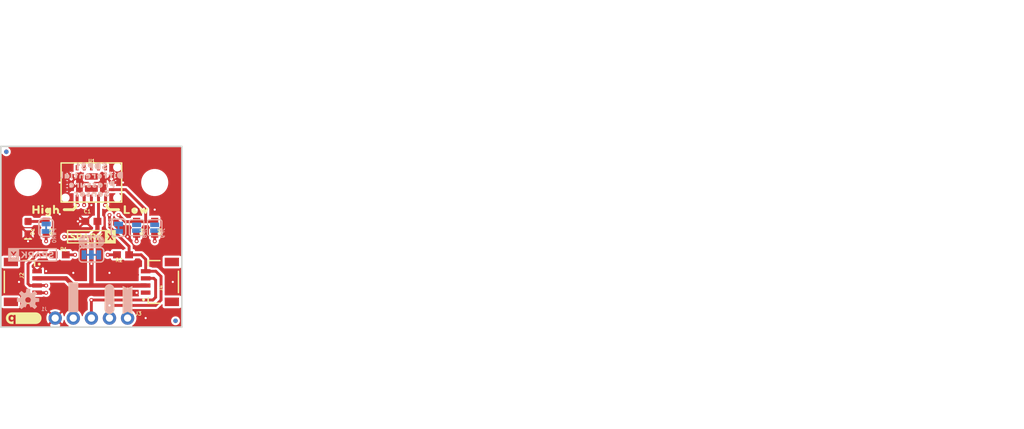
<source format=kicad_pcb>
(kicad_pcb (version 20221018) (generator pcbnew)
  (layers (0 "F.Cu" signal) (1 "In1.Cu" signal) (2 "In2.Cu" signal) (31 "B.Cu" signal) (34 "B.Paste" user) (35 "F.Paste" user) (36 "B.SilkS" user "B.Silkscreen") (37 "F.SilkS" user "F.Silkscreen") (38 "B.Mask" user) (39 "F.Mask" user) (44 "Edge.Cuts" user))
  (net 0 "")
  (net 1 "3.3V")
  (net 2 "GND")
  (net 3 "SCL")
  (net 4 "SDA")
  (net 5 "N$3")
  (net 6 "N$1")
  (net 7 "N$2")
  (net 8 "N$4")
  (net 9 "~{INT}")
  (net 10 "ADDR")
  (net 11 "N$5")
  (net 12 "N$6")
  (footprint "working:#PWR#0" (layer "F.Cu") (at 137.9601 103.7336 90)
    (fp_text reference "U$32" hide)
    (fp_text value "" hide)
  )
  (footprint "working:FIDUCIAL-MICRO" (layer "F.Cu") (at 160.3121 116.8146)
    (fp_text reference "JP2" hide)
    (fp_text value "FIDUCIALUFIDUCIAL" hide)
    (pad "1" smd roundrect (at 0 0) (size 0.635 0.635) (layers "F.Cu" "F.Mask") (roundrect_rratio 0.5))
  )
  (footprint "working:1X01_NO_SILK" (layer "F.Cu") (at 153.5811 116.4336)
    (fp_text reference "J3" (at 1.016 -0.635) (layer "F.SilkS") (effects (font (size 0.512064 0.512064) (thickness 0.097536)) (justify left)))
    (fp_text value "")
    (pad "1" thru_hole circle (at 0 0 90) (size 1.8796 1.8796) (drill 1.016) (layers "*.Cu" "*.Mask") (net 9 "~{INT}"))
  )
  (footprint "working:FIDUCIAL-MICRO" (layer "F.Cu") (at 136.5631 93.0656)
    (fp_text reference "JP6" hide)
    (fp_text value "FIDUCIALUFIDUCIAL" hide)
    (pad "1" smd roundrect (at 0 0) (size 0.635 0.635) (layers "F.Cu" "F.Mask") (roundrect_rratio 0.5))
  )
  (footprint "working:SDP3X" (layer "F.Cu") (at 148.5011 97.3836)
    (fp_text reference "U1" (at -0.496 -3.024) (layer "F.SilkS") (effects (font (size 0.460045 0.460045) (thickness 0.149555)) (justify left)))
    (fp_text value "SDP31")
    (fp_poly (pts (xy 0.90005 1.30005) (xy -0.90005 1.30005) (xy -0.90005 0.39995) (xy 0.90005 0.39995)) (fill solid) (layer "F.Cu"))
    (fp_poly (pts (xy 0.90005 -0.39995) (xy -0.90005 -0.39995) (xy -0.90005 -1.000021) (xy -0.600021 -1.30005) (xy 0.90005 -1.30005)) (fill solid) (layer "F.Cu"))
    (pad "" np_thru_hole circle (at -3.65 2.15) (size 0.7 0.7) (drill 0.7) (layers "*.Cu" "*.Mask"))
    (pad "" np_thru_hole circle (at 3.65 -2.15) (size 0.7 0.7) (drill 0.7) (layers "*.Cu" "*.Mask"))
    (pad "" np_thru_hole circle (at 3.65 2.15) (size 0.7 0.7) (drill 0.7) (layers "*.Cu" "*.Mask"))
    (pad "1" smd rect (at -2.825 -1) (size 0.75 0.4) (layers "F.Cu" "F.Paste" "F.Mask") (net 2 "GND"))
    (pad "2" smd rect (at -2.825 0) (size 0.75 0.4) (layers "F.Cu" "F.Paste" "F.Mask") (net 2 "GND"))
    (pad "3" smd rect (at -2.825 1) (size 0.75 0.4) (layers "F.Cu" "F.Paste" "F.Mask") (net 2 "GND"))
    (pad "4" smd rect (at -2 2.075 90) (size 0.75 0.4) (layers "F.Cu" "F.Paste" "F.Mask") (net 9 "~{INT}"))
    (pad "5" smd rect (at -1 2.075 90) (size 0.75 0.4) (layers "F.Cu" "F.Paste" "F.Mask") (net 3 "SCL"))
    (pad "6" smd rect (at 0 2.075 90) (size 0.75 0.4) (layers "F.Cu" "F.Paste" "F.Mask") (net 2 "GND"))
    (pad "7" smd rect (at 1 2.075 90) (size 0.75 0.4) (layers "F.Cu" "F.Paste" "F.Mask") (net 1 "3.3V"))
    (pad "8" smd rect (at 2 2.075 90) (size 0.75 0.4) (layers "F.Cu" "F.Paste" "F.Mask") (net 4 "SDA"))
    (pad "9" smd rect (at 2.825 1 180) (size 0.75 0.4) (layers "F.Cu" "F.Paste" "F.Mask") (net 10 "ADDR"))
    (pad "10" smd rect (at 2.825 0 180) (size 0.75 0.4) (layers "F.Cu" "F.Paste" "F.Mask") (net 2 "GND"))
    (pad "11" smd rect (at 2.825 -1 180) (size 0.75 0.4) (layers "F.Cu" "F.Paste" "F.Mask") (net 2 "GND"))
    (pad "12" smd rect (at 2 -2.075 270) (size 0.75 0.4) (layers "F.Cu" "F.Paste" "F.Mask"))
    (pad "13" smd rect (at 1 -2.075 270) (size 0.75 0.4) (layers "F.Cu" "F.Paste" "F.Mask"))
    (pad "14" smd rect (at 0 -2.075 270) (size 0.75 0.4) (layers "F.Cu" "F.Paste" "F.Mask"))
    (pad "15" smd rect (at -1 -2.075 270) (size 0.75 0.4) (layers "F.Cu" "F.Paste" "F.Mask"))
    (pad "16" smd rect (at -2 -2.075 270) (size 0.75 0.4) (layers "F.Cu" "F.Paste" "F.Mask"))
    (pad "DIEPAD1" smd rect (at 0 -0.85 180) (size 0.6096 0.3048) (layers "F.Cu") (net 2 "GND"))
    (pad "DIEPAD2" smd rect (at 0 0.85 180) (size 0.6096 0.3048) (layers "F.Cu") (net 2 "GND"))
    (zone (net 0) (net_name "") (layer "F.Cu") (connect_pads (clearance 0)) (min_thickness 0.25)
      (keepout (tracks not_allowed) (vias not_allowed) (pads not_allowed) (copperpour not_allowed) (footprints allowed))
      (fill (thermal_gap 0.5) (thermal_bridge_width 0.5))
      (polygon (pts (xy 148.8511 97.3836) (xy 148.832136 97.269955) (xy 148.777299 97.168626) (xy 148.692532 97.090592) (xy 148.58702 97.04431) (xy 148.472197 97.034795) (xy 148.360507 97.063079) (xy 148.264051 97.126097) (xy 148.193284 97.217018) (xy 148.155874 97.325992) (xy 148.155874 97.441208) (xy 148.193284 97.550182) (xy 148.264051 97.641103) (xy 148.360507 97.704121) (xy 148.472197 97.732405) (xy 148.58702 97.72289) (xy 148.692532 97.676608) (xy 148.777299 97.598574) (xy 148.832136 97.497245) (xy 148.8511 97.3836)))
      (polygon (pts (xy 148.5011 97.3836)))
    )
  )
  (footprint "working:HIGH0" (layer "F.Cu") (at 142.1511 101.1936)
    (fp_text reference "U$17" hide)
    (fp_text value "" hide)
  )
  (footprint "working:0603" (layer "F.Cu") (at 144.0561 107.5436)
    (fp_text reference "R1" (at 0 -0.762) (layer "F.SilkS") (effects (font (size 0.512064 0.512064) (thickness 0.097536)) (justify left)))
    (fp_text value "4.7k" hide)
    (pad "1" smd rect (at -0.85 0) (size 1.1 1) (layers "F.Cu" "F.Paste" "F.Mask") (net 4 "SDA"))
    (pad "2" smd rect (at 0.85 0) (size 1.1 1) (layers "F.Cu" "F.Paste" "F.Mask") (net 7 "N$2"))
  )
  (footprint "working:#SCL#0" (layer "F.Cu") (at 151.0411 113.7666 90)
    (fp_text reference "U$36" hide)
    (fp_text value "" hide)
  )
  (footprint "working:##INT##0" (layer "F.Cu") (at 153.5811 113.8936 90)
    (fp_text reference "U$5" hide)
    (fp_text value "" hide)
  )
  (footprint "working:QWIIC_5MM" (layer "F.Cu") (at 138.9761 116.4336)
    (fp_text reference "U$16" hide)
    (fp_text value "" hide)
  )
  (footprint "working:0603" (layer "F.Cu") (at 148.5011 102.8446 180)
    (fp_text reference "C1" (at 0 1.397) (layer "F.SilkS") (effects (font (size 0.512064 0.512064) (thickness 0.097536)) (justify right)))
    (fp_text value "0.1uF" hide)
    (pad "1" smd rect (at -0.85 0 180) (size 1.1 1) (layers "F.Cu" "F.Paste" "F.Mask") (net 1 "3.3V"))
    (pad "2" smd rect (at 0.85 0 180) (size 1.1 1) (layers "F.Cu" "F.Paste" "F.Mask") (net 2 "GND"))
  )
  (footprint "working:LOW0" (layer "F.Cu") (at 154.8511 101.1936)
    (fp_text reference "U$19" hide)
    (fp_text value "" hide)
  )
  (footprint "working:ORDERING_INSTRUCTIONS" (layer "F.Cu") (at 177.7111 71.9836)
    (fp_text reference "LOGO1" hide)
    (fp_text value "SPECIAL_INSTRUCTIONS-ORDERING" hide)
  )
  (footprint "working:JST04_1MM_RA" (layer "F.Cu") (at 140.8811 111.3536 -90)
    (fp_text reference "J2" (at -1.397 2.159 90) (layer "F.SilkS") (effects (font (size 0.512064 0.512064) (thickness 0.097536)) (justify right)))
    (fp_text value "QWIIC_RIGHT_ANGLE" hide)
    (pad "1" smd rect (at -1.5 0 270) (size 0.6 1.35) (layers "F.Cu" "F.Paste" "F.Mask") (net 2 "GND"))
    (pad "2" smd rect (at -0.5 0 270) (size 0.6 1.35) (layers "F.Cu" "F.Paste" "F.Mask") (net 1 "3.3V"))
    (pad "3" smd rect (at 0.5 0 270) (size 0.6 1.35) (layers "F.Cu" "F.Paste" "F.Mask") (net 4 "SDA"))
    (pad "4" smd rect (at 1.5 0 270) (size 0.6 1.35) (layers "F.Cu" "F.Paste" "F.Mask") (net 3 "SCL"))
    (pad "NC1" smd rect (at 2.8 3.675 270) (size 1.2 2) (layers "F.Cu" "F.Paste" "F.Mask"))
    (pad "NC2" smd rect (at -2.8 3.675 270) (size 1.2 2) (layers "F.Cu" "F.Paste" "F.Mask"))
  )
  (footprint "working:LED-0603" (layer "F.Cu") (at 139.6111 103.7336 -90)
    (fp_text reference "D1" (at 0 -0.635 90) (layer "F.SilkS") (effects (font (size 0.512064 0.512064) (thickness 0.097536)) (justify right)))
    (fp_text value "RED")
    (pad "A" smd roundrect (at -0.877 0 180) (size 1 1) (layers "F.Cu" "F.Paste" "F.Mask") (roundrect_rratio 0.15) (net 5 "N$3"))
    (pad "C" smd roundrect (at 0.877 0 180) (size 1 1) (layers "F.Cu" "F.Paste" "F.Mask") (roundrect_rratio 0.15) (net 2 "GND"))
  )
  (footprint "working:#GND#0" (layer "F.Cu") (at 143.4211 113.6396 90)
    (fp_text reference "U$33" hide)
    (fp_text value "" hide)
  )
  (footprint "working:0603" (layer "F.Cu") (at 154.8511 103.7336 -90)
    (fp_text reference "R4" (at 0 -0.762 90) (layer "F.SilkS") (effects (font (size 0.512064 0.512064) (thickness 0.097536)) (justify right)))
    (fp_text value "1.20k" hide)
    (pad "1" smd rect (at -0.85 0 270) (size 1.1 1) (layers "F.Cu" "F.Paste" "F.Mask") (net 10 "ADDR"))
    (pad "2" smd rect (at 0.85 0 270) (size 1.1 1) (layers "F.Cu" "F.Paste" "F.Mask") (net 11 "N$5"))
  )
  (footprint "working:0603" (layer "F.Cu") (at 157.3911 103.7336 -90)
    (fp_text reference "R5" (at 0 -0.762 90) (layer "F.SilkS") (effects (font (size 0.512064 0.512064) (thickness 0.097536)) (justify right)))
    (fp_text value "2.7k" hide)
    (pad "1" smd rect (at -0.85 0 270) (size 1.1 1) (layers "F.Cu" "F.Paste" "F.Mask") (net 10 "ADDR"))
    (pad "2" smd rect (at 0.85 0 270) (size 1.1 1) (layers "F.Cu" "F.Paste" "F.Mask") (net 12 "N$6"))
  )
  (footprint "working:CREATIVE_COMMONS" (layer "F.Cu") (at 198.0311 131.6736)
    (fp_text reference "FRAME1" hide)
    (fp_text value "FRAME-LETTER" hide)
  )
  (footprint "working:STAND-OFF" (layer "F.Cu") (at 157.3911 97.3836)
    (fp_text reference "JP4" hide)
    (fp_text value "STAND-OFF" hide)
    (pad "" np_thru_hole circle (at 0 0) (size 3.302 3.302) (drill 3.302) (layers "*.Cu" "*.Mask"))
  )
  (footprint "working:#3#3V#0" (layer "F.Cu") (at 145.9611 113.5126 90)
    (fp_text reference "U$34" hide)
    (fp_text value "" hide)
  )
  (footprint "working:SPARKX-SMALL" (layer "F.Cu") (at 148.5011 105.0036)
    (fp_text reference "U$20" hide)
    (fp_text value "SPARKX-LOGO3" hide)
  )
  (footprint "working:0603" (layer "F.Cu") (at 142.1511 103.7336 -90)
    (fp_text reference "R3" (at 0 -0.762 90) (layer "F.SilkS") (effects (font (size 0.512064 0.512064) (thickness 0.097536)) (justify right)))
    (fp_text value "1k")
    (pad "1" smd rect (at -0.85 0 270) (size 1.1 1) (layers "F.Cu" "F.Paste" "F.Mask") (net 5 "N$3"))
    (pad "2" smd rect (at 0.85 0 270) (size 1.1 1) (layers "F.Cu" "F.Paste" "F.Mask") (net 6 "N$1"))
  )
  (footprint "working:#SDA#0" (layer "F.Cu") (at 148.5011 113.6396 90)
    (fp_text reference "U$35" hide)
    (fp_text value "" hide)
  )
  (footprint "working:0603" (layer "F.Cu") (at 152.9461 107.5436 180)
    (fp_text reference "R2" (at 0 -0.762) (layer "F.SilkS") (effects (font (size 0.512064 0.512064) (thickness 0.097536)) (justify right)))
    (fp_text value "4.7k" hide)
    (pad "1" smd rect (at -0.85 0 180) (size 1.1 1) (layers "F.Cu" "F.Paste" "F.Mask") (net 3 "SCL"))
    (pad "2" smd rect (at 0.85 0 180) (size 1.1 1) (layers "F.Cu" "F.Paste" "F.Mask") (net 8 "N$4"))
  )
  (footprint "working:STAND-OFF" (layer "F.Cu") (at 139.6111 97.3836)
    (fp_text reference "JP3" hide)
    (fp_text value "STAND-OFF" hide)
    (pad "" np_thru_hole circle (at 0 0) (size 3.302 3.302) (drill 3.302) (layers "*.Cu" "*.Mask"))
  )
  (footprint "working:JST04_1MM_RA" (layer "F.Cu") (at 156.1211 111.3536 90)
    (fp_text reference "J4" (at -1.397 2.159 90) (layer "F.SilkS") (effects (font (size 0.512064 0.512064) (thickness 0.097536)) (justify left)))
    (fp_text value "QWIIC_RIGHT_ANGLE" hide)
    (pad "1" smd rect (at -1.5 0 90) (size 0.6 1.35) (layers "F.Cu" "F.Paste" "F.Mask") (net 2 "GND"))
    (pad "2" smd rect (at -0.5 0 90) (size 0.6 1.35) (layers "F.Cu" "F.Paste" "F.Mask") (net 1 "3.3V"))
    (pad "3" smd rect (at 0.5 0 90) (size 0.6 1.35) (layers "F.Cu" "F.Paste" "F.Mask") (net 4 "SDA"))
    (pad "4" smd rect (at 1.5 0 90) (size 0.6 1.35) (layers "F.Cu" "F.Paste" "F.Mask") (net 3 "SCL"))
    (pad "NC1" smd rect (at 2.8 3.675 90) (size 1.2 2) (layers "F.Cu" "F.Paste" "F.Mask"))
    (pad "NC2" smd rect (at -2.8 3.675 90) (size 1.2 2) (layers "F.Cu" "F.Paste" "F.Mask"))
  )
  (footprint "working:FIDUCIAL-MICRO" (layer "B.Cu") (at 160.3121 116.8146 180)
    (fp_text reference "JP5" hide)
    (fp_text value "FIDUCIALUFIDUCIAL" hide)
    (pad "1" smd roundrect (at 0 0 180) (size 0.635 0.635) (layers "B.Cu" "B.Mask") (roundrect_rratio 0.5))
  )
  (footprint "working:#ADDRESS#0" (layer "B.Cu") (at 154.8511 101.8286 180)
    (fp_text reference "U$21" hide)
    (fp_text value "" hide)
  )
  (footprint "working:#LED#0" (layer "B.Cu") (at 142.1511 101.8286 180)
    (fp_text reference "U$14" hide)
    (fp_text value "" hide)
  )
  (footprint "working:SDP310" (layer "B.Cu") (at 148.5011 95.0976 180)
    (fp_text reference "U$13" hide)
    (fp_text value "" hide)
  )
  (footprint "working:#3#3V#0" (layer "B.Cu") (at 145.9611 113.5126 90)
    (fp_text reference "U$2" hide)
    (fp_text value "" hide)
  )
  (footprint "working:#SCL#0" (layer "B.Cu") (at 151.0411 113.7666 90)
    (fp_text reference "U$4" hide)
    (fp_text value "" hide)
  )
  (footprint "working:SMT-JUMPER_2_NO_SILK" (layer "B.Cu") (at 157.3911 103.7336 90)
    (fp_text reference "JP9" (at 0 1.143 90) (layer "B.SilkS") (effects (font (size 0.512064 0.512064) (thickness 0.097536)) (justify left mirror)))
    (fp_text value "JUMPER-SMT_2_NO_SILK" hide)
    (pad "1" smd rect (at -0.4064 0 90) (size 0.635 1.27) (layers "B.Cu" "B.Mask") (net 12 "N$6"))
    (pad "2" smd rect (at 0.4064 0 90) (size 0.635 1.27) (layers "B.Cu" "B.Mask") (net 2 "GND"))
  )
  (footprint "working:#GND#0" (layer "B.Cu") (at 143.4211 113.6396 90)
    (fp_text reference "U$1" hide)
    (fp_text value "" hide)
  )
  (footprint "working:PRESSURE0" (layer "B.Cu") (at 148.5011 97.6376 180)
    (fp_text reference "U$11" hide)
    (fp_text value "" hide)
  )
  (footprint "working:SPARKX-SMALL" (layer "B.Cu") (at 140.2461 107.5436 180)
    (fp_text reference "U$18" hide)
    (fp_text value "SPARKX-LOGO3" hide)
  )
  (footprint "working:SMT-JUMPER_3_2-NC_TRACE_SILK" (layer "B.Cu") (at 148.5011 107.5436 180)
    (fp_text reference "I2C0" (at 0 1.143) (layer "B.SilkS") (effects (font (size 0.512064 0.512064) (thickness 0.097536)) (justify left mirror)))
    (fp_text value "JUMPER-SMT_3_2-NC_TRACE_SILK" hide)
    (fp_poly (pts (xy 0.7112 -0.13335) (xy -0.7112 -0.13335) (xy -0.7112 0.13335) (xy 0.7112 0.13335)) (fill solid) (layer "B.Cu"))
    (pad "1" smd rect (at -1.0414 0 180) (size 0.6604 1.27) (layers "B.Cu" "B.Mask") (net 8 "N$4"))
    (pad "2" smd rect (at 0 0 180) (size 0.6604 1.27) (layers "B.Cu" "B.Mask") (net 1 "3.3V"))
    (pad "3" smd rect (at 1.0414 0 180) (size 0.6604 1.27) (layers "B.Cu" "B.Mask") (net 7 "N$2"))
  )
  (footprint "working:FIDUCIAL-MICRO" (layer "B.Cu") (at 136.5631 93.0656 180)
    (fp_text reference "JP1" hide)
    (fp_text value "FIDUCIALUFIDUCIAL" hide)
    (pad "1" smd roundrect (at 0 0 180) (size 0.635 0.635) (layers "B.Cu" "B.Mask") (roundrect_rratio 0.5))
  )
  (footprint "working:1X04_NO_SILK" (layer "B.Cu") (at 143.4211 116.4336)
    (fp_text reference "J1" (at -2.032 -1.27) (layer "B.SilkS") (effects (font (size 0.512064 0.512064) (thickness 0.097536)) (justify right mirror)))
    (fp_text value "")
    (pad "1" thru_hole circle (at 0 0 270) (size 1.8796 1.8796) (drill 1.016) (layers "*.Cu" "*.Mask") (net 2 "GND"))
    (pad "2" thru_hole circle (at 2.54 0 270) (size 1.8796 1.8796) (drill 1.016) (layers "*.Cu" "*.Mask") (net 1 "3.3V"))
    (pad "3" thru_hole circle (at 5.08 0 270) (size 1.8796 1.8796) (drill 1.016) (layers "*.Cu" "*.Mask") (net 4 "SDA"))
    (pad "4" thru_hole circle (at 7.62 0 270) (size 1.8796 1.8796) (drill 1.016) (layers "*.Cu" "*.Mask") (net 3 "SCL"))
  )
  (footprint "working:SMT-JUMPER_2_NC_TRACE_SILK" (layer "B.Cu") (at 142.1511 103.7336 90)
    (fp_text reference "PWR0" (at 0 1.143 90) (layer "B.SilkS") (effects (font (size 0.512064 0.512064) (thickness 0.097536)) (justify left mirror)))
    (fp_text value "JUMPER-SMT_2_NC_TRACE_SILK" hide)
    (fp_poly (pts (xy 0.1905 -0.13335) (xy -0.70485 -0.13335) (xy -0.70485 0.13335) (xy 0.1905 0.13335)) (fill solid) (layer "B.Cu"))
    (pad "1" smd rect (at -0.5207 0 90) (size 0.6604 1.27) (layers "B.Cu" "B.Mask") (net 6 "N$1"))
    (pad "2" smd rect (at 0.5207 0 90) (size 0.6604 1.27) (layers "B.Cu" "B.Mask") (net 1 "3.3V"))
  )
  (footprint "working:#0X21#0" (layer "B.Cu") (at 152.3111 106.9086 90)
    (fp_text reference "U$7" hide)
    (fp_text value "" hide)
  )
  (footprint "working:SMT-JUMPER_2_NC_TRACE_SILK" (layer "B.Cu") (at 152.3111 103.7336 -90)
    (fp_text reference "JP7" (at 0 1.143 -270) (layer "B.SilkS") (effects (font (size 0.512064 0.512064) (thickness 0.097536)) (justify right mirror)))
    (fp_text value "JUMPER-SMT_2_NC_TRACE_SILK" hide)
    (fp_poly (pts (xy 0.1905 -0.13335) (xy -0.70485 -0.13335) (xy -0.70485 0.13335) (xy 0.1905 0.13335)) (fill solid) (layer "B.Cu"))
    (pad "1" smd rect (at -0.5207 0 270) (size 0.6604 1.27) (layers "B.Cu" "B.Mask") (net 10 "ADDR"))
    (pad "2" smd rect (at 0.5207 0 270) (size 0.6604 1.27) (layers "B.Cu" "B.Mask") (net 2 "GND"))
  )
  (footprint "working:#0X23#0" (layer "B.Cu") (at 157.3911 107.0356 90)
    (fp_text reference "U$9" hide)
    (fp_text value "" hide)
  )
  (footprint "working:DIFFERENTIAL0" (layer "B.Cu") (at 148.5011 96.3676 180)
    (fp_text reference "U$10" hide)
    (fp_text value "" hide)
  )
  (footprint "working:SMT-JUMPER_2_NO_SILK" (layer "B.Cu") (at 154.8511 103.7336 90)
    (fp_text reference "JP8" (at 0 1.143 90) (layer "B.SilkS") (effects (font (size 0.512064 0.512064) (thickness 0.097536)) (justify left mirror)))
    (fp_text value "JUMPER-SMT_2_NO_SILK" hide)
    (pad "1" smd rect (at -0.4064 0 90) (size 0.635 1.27) (layers "B.Cu" "B.Mask") (net 11 "N$5"))
    (pad "2" smd rect (at 0.4064 0 90) (size 0.635 1.27) (layers "B.Cu" "B.Mask") (net 2 "GND"))
  )
  (footprint "working:OSHW-LOGO-S" (layer "B.Cu") (at 139.6111 113.8936 180)
    (fp_text reference "LOGO5" hide)
    (fp_text value "OSHW-LOGOS" hide)
  )
  (footprint "working:#0X22#0" (layer "B.Cu") (at 154.8511 107.0356 90)
    (fp_text reference "U$8" hide)
    (fp_text value "" hide)
  )
  (footprint "working:##INT##0" (layer "B.Cu") (at 153.5811 113.8936 90)
    (fp_text reference "U$6" hide)
    (fp_text value "" hide)
  )
  (footprint "working:SENSOR0" (layer "B.Cu") (at 148.5011 98.9076 180)
    (fp_text reference "U$12" hide)
    (fp_text value "" hide)
  )
  (footprint "working:I2C" (layer "B.Cu") (at 150.4061 105.6386 180)
    (fp_text reference "U$15" hide)
    (fp_text value "" hide)
  )
  (footprint "working:#SDA#0" (layer "B.Cu") (at 148.5011 113.6396 90)
    (fp_text reference "U$3" hide)
    (fp_text value "" hide)
  )
  (gr_line (start 152.3111 101.1936) (end 151.0411 101.1936) (stroke (width 0.4064)) (layer "F.SilkS"))
  (gr_line (start 151.0411 101.1936) (end 150.6601 100.8126) (stroke (width 0.4064)) (layer "F.SilkS"))
  (gr_line (start 146.3421 100.8126) (end 146.3421 100.5586) (stroke (width 0.4064)) (layer "F.SilkS"))
  (gr_line (start 144.6911 101.1936) (end 145.9611 101.1936) (stroke (width 0.4064)) (layer "F.SilkS"))
  (gr_line (start 150.6601 100.8126) (end 150.6601 100.5586) (stroke (width 0.4064)) (layer "F.SilkS"))
  (gr_line (start 145.9611 101.1936) (end 146.3421 100.8126) (stroke (width 0.4064)) (layer "F.SilkS"))
  (gr_line (start 161.2011 117.7036) (end 135.8011 117.7036) (stroke (width 0.2032)) (layer "Edge.Cuts"))
  (gr_line (start 135.8011 117.7036) (end 135.8011 92.3036) (stroke (width 0.2032)) (layer "Edge.Cuts"))
  (gr_line (start 161.2011 92.3036) (end 161.2011 117.7036) (stroke (width 0.2032)) (layer "Edge.Cuts"))
  (gr_line (start 135.8011 92.3036) (end 161.2011 92.3036) (stroke (width 0.2032)) (layer "Edge.Cuts"))
  (segment (start 140.8811 110.8536) (end 144.9531 110.8536) (width 0.6096) (layer "F.Cu") (net 1))
  (segment (start 144.6911 105.0036) (end 148.5011 105.0036) (width 0.4064) (layer "F.Cu") (net 1))
  (segment (start 148.5011 111.8536) (end 156.1211 111.8536) (width 0.6096) (layer "F.Cu") (net 1))
  (segment (start 145.9531 111.8536) (end 148.5011 111.8536) (width 0.6096) (layer "F.Cu") (net 1))
  (segment (start 149.3511 104.1536) (end 148.5011 105.0036) (width 0.6096) (layer "F.Cu") (net 1))
  (segment (start 148.5011 108.8136) (end 148.5011 111.8536) (width 0.6096) (layer "F.Cu") (net 1))
  (segment (start 149.3511 102.8446) (end 149.3511 104.1536) (width 0.6096) (layer "F.Cu") (net 1))
  (segment (start 148.5011 105.0036) (end 148.5011 108.8136) (width 0.6096) (layer "F.Cu") (net 1))
  (segment (start 149.5011 102.6946) (end 149.3511 102.8446) (width 0.4064) (layer "F.Cu") (net 1))
  (segment (start 145.9611 116.4336) (end 145.9611 111.8616) (width 0.6096) (layer "F.Cu") (net 1))
  (segment (start 144.9531 110.8536) (end 145.9531 111.8536) (width 0.6096) (layer "F.Cu") (net 1))
  (segment (start 145.9611 111.8616) (end 145.9531 111.8536) (width 0.6096) (layer "F.Cu") (net 1))
  (segment (start 149.5011 99.4586) (end 149.5011 102.6946) (width 0.4064) (layer "F.Cu") (net 1))
  (via blind (at 148.5011 108.8136) (size 0.559975) (drill 0.299975) (layers "F.Cu" "In1.Cu") (net 1))
  (via blind (at 144.6911 105.0036) (size 0.559975) (drill 0.299975) (layers "F.Cu" "In1.Cu") (net 1))
  (segment (start 147.6511 102.8446) (end 146.5961 102.8446) (width 0.4064) (layer "F.Cu") (net 2))
  (segment (start 151.3261 96.3836) (end 152.5811 96.3836) (width 0.4064) (layer "F.Cu") (net 2))
  (segment (start 144.0561 96.7486) (end 144.0561 97.3836) (width 0.4064) (layer "F.Cu") (net 2))
  (segment (start 144.4211 98.3836) (end 144.0561 98.0186) (width 0.4064) (layer "F.Cu") (net 2))
  (segment (start 152.5811 96.3836) (end 152.9461 96.7486) (width 0.4064) (layer "F.Cu") (net 2))
  (segment (start 144.0561 98.0186) (end 144.0561 97.3836) (width 0.4064) (layer "F.Cu") (net 2))
  (segment (start 152.9461 96.7486) (end 152.9461 97.3836) (width 0.4064) (layer "F.Cu") (net 2))
  (segment (start 139.6111 104.6106) (end 139.6111 105.6386) (width 0.4064) (layer "F.Cu") (net 2))
  (segment (start 145.6761 96.3836) (end 144.4211 96.3836) (width 0.4064) (layer "F.Cu") (net 2))
  (segment (start 151.3261 97.3836) (end 152.9461 97.3836) (width 0.4064) (layer "F.Cu") (net 2))
  (segment (start 145.6761 98.3836) (end 144.4211 98.3836) (width 0.4064) (layer "F.Cu") (net 2))
  (segment (start 145.6761 97.3836) (end 144.0561 97.3836) (width 0.4064) (layer "F.Cu") (net 2))
  (segment (start 144.4211 96.3836) (end 144.0561 96.7486) (width 0.4064) (layer "F.Cu") (net 2))
  (segment (start 148.5011 99.4586) (end 148.5011 100.5586) (width 0.4064) (layer "F.Cu") (net 2))
  (via blind (at 151.0411 110.0836) (size 0.559975) (drill 0.299975) (layers "F.Cu" "In1.Cu") (net 2))
  (via blind (at 154.8511 112.8776) (size 0.559975) (drill 0.299975) (layers "F.Cu" "In1.Cu") (net 2))
  (via blind (at 159.9311 111.3536) (size 0.559975) (drill 0.299975) (layers "F.Cu" "In1.Cu") (net 2))
  (via blind (at 144.0561 97.3836) (size 0.559975) (drill 0.299975) (layers "F.Cu" "In1.Cu") (net 2))
  (via blind (at 156.1211 116.4336) (size 0.559975) (drill 0.299975) (layers "F.Cu" "In1.Cu") (net 2))
  (via blind (at 153.5811 105.0036) (size 0.559975) (drill 0.299975) (layers "F.Cu" "In1.Cu") (net 2))
  (via blind (at 146.5961 102.8446) (size 0.559975) (drill 0.299975) (layers "F.Cu" "In1.Cu") (net 2))
  (via blind (at 157.3911 101.1936) (size 0.559975) (drill 0.299975) (layers "F.Cu" "In1.Cu") (net 2))
  (via blind (at 142.1511 109.8296) (size 0.559975) (drill 0.299975) (layers "F.Cu" "In1.Cu") (net 2))
  (via blind (at 148.5011 100.5586) (size 0.559975) (drill 0.299975) (layers "F.Cu" "In1.Cu") (net 2))
  (via blind (at 152.9461 97.3836) (size 0.559975) (drill 0.299975) (layers "F.Cu" "In1.Cu") (net 2))
  (via blind (at 154.8511 101.1936) (size 0.559975) (drill 0.299975) (layers "F.Cu" "In1.Cu") (net 2))
  (via blind (at 145.9611 110.0836) (size 0.559975) (drill 0.299975) (layers "F.Cu" "In1.Cu") (net 2))
  (via blind (at 144.0561 101.8286) (size 0.559975) (drill 0.299975) (layers "F.Cu" "In1.Cu") (net 2))
  (via blind (at 138.3411 111.3536) (size 0.559975) (drill 0.299975) (layers "F.Cu" "In1.Cu") (net 2))
  (via blind (at 139.6111 105.6386) (size 0.559975) (drill 0.299975) (layers "F.Cu" "In1.Cu") (net 2))
  (segment (start 157.5421 109.8536) (end 158.2801 110.5916) (width 0.4064) (layer "F.Cu") (net 3))
  (segment (start 140.9051 112.8776) (end 140.8811 112.8536) (width 0.4064) (layer "F.Cu") (net 3))
  (segment (start 156.1211 108.1786) (end 156.1211 109.8536) (width 0.4064) (layer "F.Cu") (net 3))
  (segment (start 151.0411 116.4336) (end 151.0411 114.6556) (width 0.4064) (layer "F.Cu") (net 3))
  (segment (start 155.4861 107.5436) (end 156.1211 108.1786) (width 0.4064) (layer "F.Cu") (net 3))
  (segment (start 153.7961 106.3616) (end 151.0411 103.6066) (width 0.4064) (layer "F.Cu") (net 3))
  (segment (start 147.4851 99.4746) (end 147.5011 99.4586) (width 0.4064) (layer "F.Cu") (net 3))
  (segment (start 153.7961 107.5436) (end 155.4861 107.5436) (width 0.4064) (layer "F.Cu") (net 3))
  (segment (start 153.7961 107.5436) (end 153.7961 106.3616) (width 0.4064) (layer "F.Cu") (net 3))
  (segment (start 157.5181 114.6556) (end 151.0411 114.6556) (width 0.4064) (layer "F.Cu") (net 3))
  (segment (start 156.1211 109.8536) (end 157.5421 109.8536) (width 0.4064) (layer "F.Cu") (net 3))
  (segment (start 142.1511 112.8776) (end 140.9051 112.8776) (width 0.4064) (layer "F.Cu") (net 3))
  (segment (start 151.0411 103.6066) (end 151.0411 101.9556) (width 0.4064) (layer "F.Cu") (net 3))
  (segment (start 158.2801 113.8936) (end 157.5181 114.6556) (width 0.4064) (layer "F.Cu") (net 3))
  (segment (start 158.2801 110.5916) (end 158.2801 113.8936) (width 0.4064) (layer "F.Cu") (net 3))
  (segment (start 147.4851 100.5586) (end 147.4851 99.4746) (width 0.4064) (layer "F.Cu") (net 3))
  (via blind (at 142.1511 112.8776) (size 0.559975) (drill 0.299975) (layers "F.Cu" "In1.Cu") (net 3))
  (via blind (at 151.0411 101.9556) (size 0.559975) (drill 0.299975) (layers "F.Cu" "In1.Cu") (net 3))
  (via blind (at 151.0411 114.6556) (size 0.559975) (drill 0.299975) (layers "F.Cu" "In1.Cu") (net 3))
  (via blind (at 147.4851 100.5586) (size 0.559975) (drill 0.299975) (layers "F.Cu" "In1.Cu") (net 3))
  (segment (start 148.5011 113.8936) (end 148.5011 116.4336) (width 0.4064) (layer "F.Cu") (net 4))
  (segment (start 140.8731 111.8616) (end 139.8651 111.8616) (width 0.4064) (layer "F.Cu") (net 4))
  (segment (start 140.8811 111.8536) (end 142.1431 111.8536) (width 0.4064) (layer "F.Cu") (net 4))
  (segment (start 140.8811 107.5436) (end 139.6111 108.8136) (width 0.4064) (layer "F.Cu") (net 4))
  (segment (start 150.5011 100.4636) (end 150.4061 100.5586) (width 0.4064) (layer "F.Cu") (net 4))
  (segment (start 157.5181 113.5126) (end 157.1371 113.8936) (width 0.4064) (layer "F.Cu") (net 4))
  (segment (start 157.1371 113.8936) (end 148.5011 113.8936) (width 0.4064) (layer "F.Cu") (net 4))
  (segment (start 150.5011 99.4586) (end 150.5011 100.4636) (width 0.4064) (layer "F.Cu") (net 4))
  (segment (start 139.6111 111.6076) (end 139.8651 111.8616) (width 0.4064) (layer "F.Cu") (net 4))
  (segment (start 142.1431 111.8536) (end 142.1511 111.8616) (width 0.4064) (layer "F.Cu") (net 4))
  (segment (start 157.2721 110.8536) (end 157.5181 111.0996) (width 0.4064) (layer "F.Cu") (net 4))
  (segment (start 143.2061 107.5436) (end 140.8811 107.5436) (width 0.4064) (layer "F.Cu") (net 4))
  (segment (start 156.1211 110.8536) (end 157.2721 110.8536) (width 0.4064) (layer "F.Cu") (net 4))
  (segment (start 140.8731 111.8616) (end 140.8811 111.8536) (width 0.3048) (layer "F.Cu") (net 4))
  (segment (start 157.5181 111.0996) (end 157.5181 113.5126) (width 0.4064) (layer "F.Cu") (net 4))
  (segment (start 139.6111 108.8136) (end 139.6111 111.6076) (width 0.4064) (layer "F.Cu") (net 4))
  (via blind (at 150.4061 100.5586) (size 0.559975) (drill 0.299975) (layers "F.Cu" "In1.Cu") (net 4))
  (via blind (at 148.5011 113.8936) (size 0.559975) (drill 0.299975) (layers "F.Cu" "In1.Cu") (net 4))
  (via blind (at 142.1511 111.8616) (size 0.559975) (drill 0.299975) (layers "F.Cu" "In1.Cu") (net 4))
  (segment (start 139.6111 102.8566) (end 142.1241 102.8566) (width 0.4064) (layer "F.Cu") (net 5))
  (segment (start 142.1241 102.8566) (end 142.1511 102.8836) (width 0.4064) (layer "F.Cu") (net 5))
  (segment (start 142.1511 104.5836) (end 142.1511 105.6386) (width 0.4064) (layer "F.Cu") (net 6))
  (via blind (at 142.1511 105.6386) (size 0.559975) (drill 0.299975) (layers "F.Cu" "In1.Cu") (net 6))
  (segment (start 144.9061 107.5436) (end 146.2151 107.5436) (width 0.4064) (layer "F.Cu") (net 7))
  (via blind (at 146.2151 107.5436) (size 0.559975) (drill 0.299975) (layers "F.Cu" "In1.Cu") (net 7))
  (segment (start 152.0961 107.5436) (end 150.7871 107.5436) (width 0.4064) (layer "F.Cu") (net 8))
  (via blind (at 150.7871 107.5436) (size 0.559975) (drill 0.299975) (layers "F.Cu" "In1.Cu") (net 8))
  (segment (start 146.5011 100.4636) (end 146.5961 100.5586) (width 0.4064) (layer "F.Cu") (net 9))
  (segment (start 146.5011 99.4586) (end 146.5011 100.4636) (width 0.4064) (layer "F.Cu") (net 9))
  (via blind (at 146.5961 100.5586) (size 0.559975) (drill 0.299975) (layers "F.Cu" "In1.Cu") (net 9))
  (segment (start 151.3261 98.3836) (end 153.3111 98.3836) (width 0.4064) (layer "F.Cu") (net 10))
  (segment (start 157.3911 102.8836) (end 156.1211 102.8836) (width 0.4064) (layer "F.Cu") (net 10))
  (segment (start 153.3111 98.3836) (end 156.1211 101.1936) (width 0.4064) (layer "F.Cu") (net 10))
  (segment (start 154.8511 102.8836) (end 153.2391 102.8836) (width 0.4064) (layer "F.Cu") (net 10))
  (segment (start 153.2391 102.8836) (end 152.3111 101.9556) (width 0.4064) (layer "F.Cu") (net 10))
  (segment (start 156.1211 102.8836) (end 154.8511 102.8836) (width 0.4064) (layer "F.Cu") (net 10))
  (segment (start 156.1211 101.1936) (end 156.1211 102.8836) (width 0.4064) (layer "F.Cu") (net 10))
  (via blind (at 152.3111 101.9556) (size 0.559975) (drill 0.299975) (layers "F.Cu" "In1.Cu") (net 10))
  (segment (start 154.8511 104.5836) (end 154.8511 105.6386) (width 0.4064) (layer "F.Cu") (net 11))
  (via blind (at 154.8511 105.6386) (size 0.559975) (drill 0.299975) (layers "F.Cu" "In1.Cu") (net 11))
  (segment (start 157.3911 104.5836) (end 157.3911 105.6386) (width 0.4064) (layer "F.Cu") (net 12))
  (via blind (at 157.3911 105.6386) (size 0.559975) (drill 0.299975) (layers "F.Cu" "In1.Cu") (net 12))
  (zone (net 2) (net_name "GND") (layer "F.Cu") (priority 6) (connect_pads (clearance 0.3048)) (min_thickness 0.127) (fill yes (thermal_gap 0.304) (thermal_bridge_width 0.304))
    (polygon (pts (xy 161.3281 117.8306) (xy 135.6741 117.8306) (xy 135.6741 92.1766) (xy 161.3281 92.1766)))
  )
)
</source>
